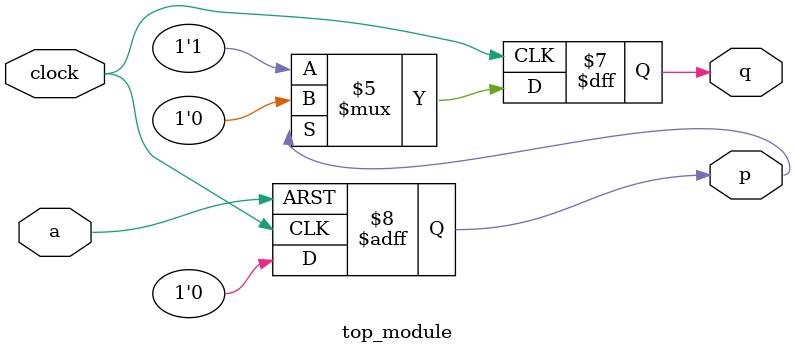
<source format=sv>
module top_module (
    input clock,
    input a,
    output reg p,
    output reg q
);

    always @(posedge clock or posedge a) begin
        if (a) begin
            p <= 1;
        end else begin
            p <= 0;
        end
    end

    always @(negedge clock) begin
        if (p == 1) begin
            q <= 0;
        end else begin
            q <= 1;
        end
    end

endmodule

</source>
